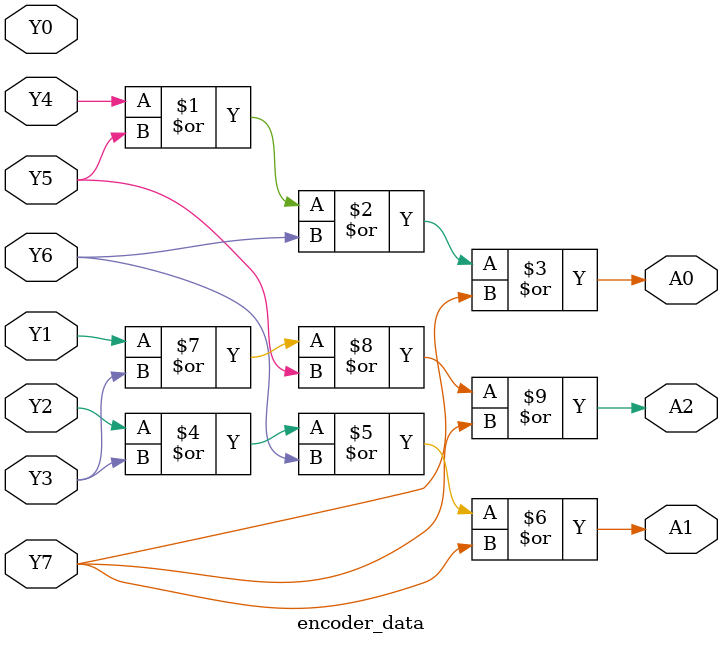
<source format=v>
module encoder_data(Y0, Y1, Y2, Y3, Y4, Y5, Y6, Y7, A0, A1, A2);
  input Y0, Y1, Y2, Y3, Y4, Y5, Y6, Y7;
  output A0, A1, A2;
  
  assign A0 = Y4 | Y5 | Y6 | Y7;
  assign A1 = Y2 | Y3 | Y6 | Y7;
  assign A2 = Y1 | Y3 | Y5 | Y7; 
  
endmodule


</source>
